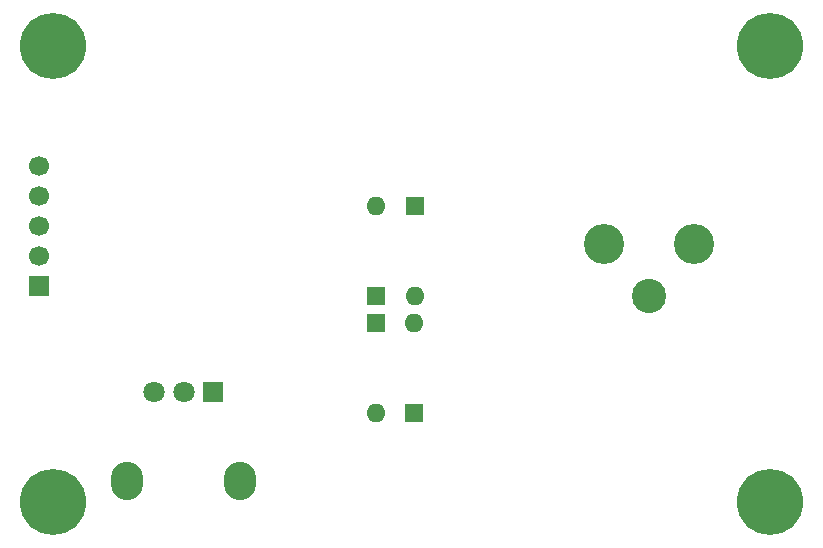
<source format=gbr>
%TF.GenerationSoftware,KiCad,Pcbnew,9.0.1-1.fc42*%
%TF.CreationDate,2025-05-12T11:46:39+02:00*%
%TF.ProjectId,PreAmp,50726541-6d70-42e6-9b69-6361645f7063,1*%
%TF.SameCoordinates,Original*%
%TF.FileFunction,Soldermask,Bot*%
%TF.FilePolarity,Negative*%
%FSLAX46Y46*%
G04 Gerber Fmt 4.6, Leading zero omitted, Abs format (unit mm)*
G04 Created by KiCad (PCBNEW 9.0.1-1.fc42) date 2025-05-12 11:46:39*
%MOMM*%
%LPD*%
G01*
G04 APERTURE LIST*
%ADD10C,3.400000*%
%ADD11C,2.900000*%
%ADD12C,5.600000*%
%ADD13C,3.600000*%
%ADD14O,2.720000X3.240000*%
%ADD15R,1.800000X1.800000*%
%ADD16C,1.800000*%
%ADD17R,1.600000X1.600000*%
%ADD18O,1.600000X1.600000*%
%ADD19R,1.700000X1.700000*%
%ADD20C,1.700000*%
G04 APERTURE END LIST*
D10*
%TO.C,J1*%
X173300000Y-95330000D03*
X165680000Y-95330000D03*
D11*
X169490000Y-99780000D03*
%TD*%
D12*
%TO.C,H4*%
X179750000Y-78600000D03*
D13*
X179750000Y-78600000D03*
%TD*%
%TO.C,H1*%
X179750000Y-117200000D03*
D12*
X179750000Y-117200000D03*
%TD*%
D14*
%TO.C,RV1*%
X134900000Y-115400000D03*
X125300000Y-115400000D03*
D15*
X132600000Y-107900000D03*
D16*
X130100000Y-107900000D03*
X127600000Y-107900000D03*
%TD*%
D17*
%TO.C,D4*%
X146370000Y-102030000D03*
D18*
X146370000Y-109650000D03*
%TD*%
D17*
%TO.C,D2*%
X146380000Y-99730000D03*
D18*
X146380000Y-92110000D03*
%TD*%
D19*
%TO.C,J2*%
X117808000Y-98900000D03*
D20*
X117808000Y-96360000D03*
X117808000Y-93820000D03*
X117808000Y-91280000D03*
X117808000Y-88740000D03*
%TD*%
D17*
%TO.C,D1*%
X149640000Y-92110000D03*
D18*
X149640000Y-99730000D03*
%TD*%
D13*
%TO.C,H2*%
X119000000Y-117200000D03*
D12*
X119000000Y-117200000D03*
%TD*%
D13*
%TO.C,H3*%
X119000000Y-78600000D03*
D12*
X119000000Y-78600000D03*
%TD*%
D17*
%TO.C,D3*%
X149630000Y-109660000D03*
D18*
X149630000Y-102040000D03*
%TD*%
M02*

</source>
